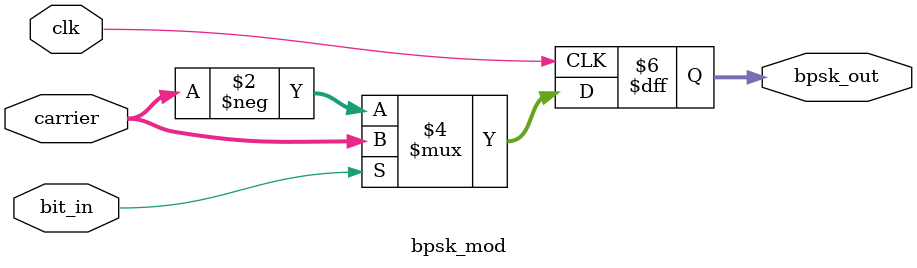
<source format=v>
module bpsk_mod (
    input  wire clk,
    input  wire bit_in,
    input  wire signed [15:0] carrier,
    output reg  signed [15:0] bpsk_out
);

always @(posedge clk) begin
    if (bit_in)
        bpsk_out <= carrier;
    else
        bpsk_out <= -carrier;
end

endmodule

</source>
